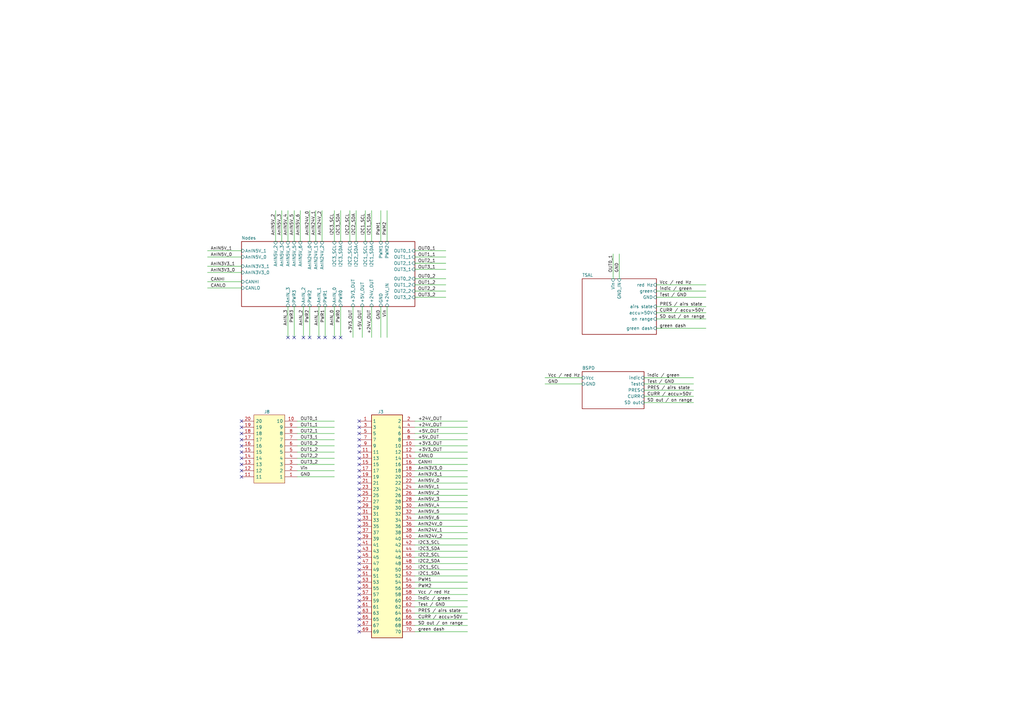
<source format=kicad_sch>
(kicad_sch (version 20231120) (generator "eeschema") (generator_version "8.0")
  (paper "A3")
  (lib_symbols
    (symbol "Connector:10_pin_7.62_Phoenix" (pin_names (offset 0.762))
      (property "Reference" "J8" (at 12.446 -26.67 0))
      (symbol "10_pin_7.62_Phoenix_0_0"
        (pin passive line (at 0 0 0) (length 5.08) (name "1") (number "1"))
        (pin passive line (at 0 -22.86 0) (length 5.08) (name "10") (number "10"))
        (pin passive line (at 0 -2.54 0) (length 5.08) (name "2") (number "2"))
        (pin passive line (at 0 -5.08 0) (length 5.08) (name "3") (number "3"))
        (pin passive line (at 0 -7.62 0) (length 5.08) (name "4") (number "4"))
        (pin passive line (at 0 -10.16 0) (length 5.08) (name "5") (number "5"))
        (pin passive line (at 0 -12.7 0) (length 5.08) (name "6") (number "6"))
        (pin passive line (at 0 -15.24 0) (length 5.08) (name "7") (number "7"))
        (pin passive line (at 0 -17.78 0) (length 5.08) (name "8") (number "8"))
        (pin passive line (at 0 -20.32 0) (length 5.08) (name "9") (number "9"))
      )
      (symbol "10_pin_7.62_Phoenix_1_0"
        (pin passive line (at 22.86 0 180) (length 5.08) (name "11") (number "11"))
        (pin passive line (at 22.86 -2.54 180) (length 5.08) (name "12") (number "12"))
        (pin passive line (at 22.86 -5.08 180) (length 5.08) (name "13") (number "13"))
        (pin passive line (at 22.86 -7.62 180) (length 5.08) (name "14") (number "14"))
        (pin passive line (at 22.86 -10.16 180) (length 5.08) (name "15") (number "15"))
        (pin passive line (at 22.86 -12.7 180) (length 5.08) (name "16") (number "16"))
        (pin passive line (at 22.86 -15.24 180) (length 5.08) (name "17") (number "17"))
        (pin passive line (at 22.86 -17.78 180) (length 5.08) (name "18") (number "18"))
        (pin passive line (at 22.86 -20.32 180) (length 5.08) (name "19") (number "19"))
        (pin passive line (at 22.86 -22.86 180) (length 5.08) (name "20") (number "20"))
      )
      (symbol "10_pin_7.62_Phoenix_1_1"
        (polyline (pts (xy 5.08 2.54) (xy 17.78 2.54) (xy 17.78 -25.4) (xy 5.08 -25.4) (xy 5.08 2.54)) (stroke (width 0.1524)) (fill (type background)))
      )
    )
    (symbol "Connector:35_con_Phoenix"
      (property "Reference" "J3" (at 7.62 3.81 0))
      (symbol "35_con_Phoenix_1_1"
        (rectangle (start 5.08 2.54) (end 17.78 -88.9) (stroke (width 0.254)) (fill (type background)))
        (pin passive line (at 0 0 0) (length 5.08) (name "1") (number "1"))
        (pin passive line (at 22.86 -10.16 180) (length 5.08) (name "10") (number "10"))
        (pin passive line (at 0 -12.7 0) (length 5.08) (name "11") (number "11"))
        (pin passive line (at 22.86 -12.7 180) (length 5.08) (name "12") (number "12"))
        (pin passive line (at 0 -15.24 0) (length 5.08) (name "13") (number "13"))
        (pin passive line (at 22.86 -15.24 180) (length 5.08) (name "14") (number "14"))
        (pin passive line (at 0 -17.78 0) (length 5.08) (name "15") (number "15"))
        (pin passive line (at 22.86 -17.78 180) (length 5.08) (name "16") (number "16"))
        (pin passive line (at 0 -20.32 0) (length 5.08) (name "17") (number "17"))
        (pin passive line (at 22.86 -20.32 180) (length 5.08) (name "18") (number "18"))
        (pin passive line (at 0 -22.86 0) (length 5.08) (name "19") (number "19"))
        (pin passive line (at 22.86 0 180) (length 5.08) (name "2") (number "2"))
        (pin passive line (at 22.86 -22.86 180) (length 5.08) (name "20") (number "20"))
        (pin passive line (at 0 -25.4 0) (length 5.08) (name "21") (number "21"))
        (pin passive line (at 22.86 -25.4 180) (length 5.08) (name "22") (number "22"))
        (pin passive line (at 0 -27.94 0) (length 5.08) (name "23") (number "23"))
        (pin passive line (at 22.86 -27.94 180) (length 5.08) (name "24") (number "24"))
        (pin passive line (at 0 -30.48 0) (length 5.08) (name "25") (number "25"))
        (pin passive line (at 22.86 -30.48 180) (length 5.08) (name "26") (number "26"))
        (pin passive line (at 0 -33.02 0) (length 5.08) (name "27") (number "27"))
        (pin passive line (at 22.86 -33.02 180) (length 5.08) (name "28") (number "28"))
        (pin passive line (at 0 -35.56 0) (length 5.08) (name "29") (number "29"))
        (pin passive line (at 0 -2.54 0) (length 5.08) (name "3") (number "3"))
        (pin passive line (at 22.86 -35.56 180) (length 5.08) (name "30") (number "30"))
        (pin passive line (at 0 -38.1 0) (length 5.08) (name "31") (number "31"))
        (pin passive line (at 22.86 -38.1 180) (length 5.08) (name "32") (number "32"))
        (pin passive line (at 0 -40.64 0) (length 5.08) (name "33") (number "33"))
        (pin passive line (at 22.86 -40.64 180) (length 5.08) (name "34") (number "34"))
        (pin passive line (at 0 -43.18 0) (length 5.08) (name "35") (number "35"))
        (pin passive line (at 22.86 -43.18 180) (length 5.08) (name "36") (number "36"))
        (pin passive line (at 0 -45.72 0) (length 5.08) (name "37") (number "37"))
        (pin passive line (at 22.86 -45.72 180) (length 5.08) (name "38") (number "38"))
        (pin passive line (at 0 -48.26 0) (length 5.08) (name "39") (number "39"))
        (pin passive line (at 22.86 -2.54 180) (length 5.08) (name "4") (number "4"))
        (pin passive line (at 22.86 -48.26 180) (length 5.08) (name "40") (number "40"))
        (pin passive line (at 0 -50.8 0) (length 5.08) (name "41") (number "41"))
        (pin passive line (at 22.86 -50.8 180) (length 5.08) (name "42") (number "42"))
        (pin passive line (at 0 -53.34 0) (length 5.08) (name "43") (number "43"))
        (pin passive line (at 22.86 -53.34 180) (length 5.08) (name "44") (number "44"))
        (pin passive line (at 0 -55.88 0) (length 5.08) (name "45") (number "45"))
        (pin passive line (at 22.86 -55.88 180) (length 5.08) (name "46") (number "46"))
        (pin passive line (at 0 -58.42 0) (length 5.08) (name "47") (number "47"))
        (pin passive line (at 22.86 -58.42 180) (length 5.08) (name "48") (number "48"))
        (pin passive line (at 0 -60.96 0) (length 5.08) (name "49") (number "49"))
        (pin passive line (at 0 -5.08 0) (length 5.08) (name "5") (number "5"))
        (pin passive line (at 22.86 -60.96 180) (length 5.08) (name "50") (number "50"))
        (pin passive line (at 0 -63.5 0) (length 5.08) (name "51") (number "51"))
        (pin passive line (at 22.86 -63.5 180) (length 5.08) (name "52") (number "52"))
        (pin passive line (at 0 -66.04 0) (length 5.08) (name "53") (number "53"))
        (pin passive line (at 22.86 -66.04 180) (length 5.08) (name "54") (number "54"))
        (pin passive line (at 0 -68.58 0) (length 5.08) (name "55") (number "55"))
        (pin passive line (at 22.86 -68.58 180) (length 5.08) (name "56") (number "56"))
        (pin passive line (at 0 -71.12 0) (length 5.08) (name "57") (number "57"))
        (pin passive line (at 22.86 -71.12 180) (length 5.08) (name "58") (number "58"))
        (pin passive line (at 0 -73.66 0) (length 5.08) (name "59") (number "59"))
        (pin passive line (at 22.86 -5.08 180) (length 5.08) (name "6") (number "6"))
        (pin passive line (at 22.86 -73.66 180) (length 5.08) (name "60") (number "60"))
        (pin passive line (at 0 -76.2 0) (length 5.08) (name "61") (number "61"))
        (pin passive line (at 22.86 -76.2 180) (length 5.08) (name "62") (number "62"))
        (pin passive line (at 0 -78.74 0) (length 5.08) (name "63") (number "63"))
        (pin passive line (at 22.86 -78.74 180) (length 5.08) (name "64") (number "64"))
        (pin passive line (at 0 -81.28 0) (length 5.08) (name "65") (number "65"))
        (pin passive line (at 22.86 -81.28 180) (length 5.08) (name "66") (number "66"))
        (pin passive line (at 0 -83.82 0) (length 5.08) (name "67") (number "67"))
        (pin passive line (at 22.86 -83.82 180) (length 5.08) (name "68") (number "68"))
        (pin passive line (at 0 -86.36 0) (length 5.08) (name "69") (number "69"))
        (pin passive line (at 0 -7.62 0) (length 5.08) (name "7") (number "7"))
        (pin passive line (at 22.86 -86.36 180) (length 5.08) (name "70") (number "70"))
        (pin passive line (at 22.86 -7.62 180) (length 5.08) (name "8") (number "8"))
        (pin passive line (at 0 -10.16 0) (length 5.08) (name "9") (number "9"))
      )
    )
  )
  (no_connect (at 147.32 236.22))
  (no_connect (at 147.32 180.34))
  (no_connect (at 147.32 190.5))
  (no_connect (at 147.32 246.38))
  (no_connect (at 147.32 208.28))
  (no_connect (at 147.32 215.9))
  (no_connect (at 147.32 259.08))
  (no_connect (at 127 138.43))
  (no_connect (at 120.65 138.43))
  (no_connect (at 147.32 238.76))
  (no_connect (at 147.32 254))
  (no_connect (at 99.06 193.04))
  (no_connect (at 147.32 251.46))
  (no_connect (at 147.32 243.84))
  (no_connect (at 147.32 228.6))
  (no_connect (at 99.06 180.34))
  (no_connect (at 124.46 138.43))
  (no_connect (at 147.32 175.26))
  (no_connect (at 147.32 203.2))
  (no_connect (at 147.32 182.88))
  (no_connect (at 137.16 138.43))
  (no_connect (at 99.06 172.72))
  (no_connect (at 147.32 185.42))
  (no_connect (at 147.32 223.52))
  (no_connect (at 99.06 185.42))
  (no_connect (at 147.32 210.82))
  (no_connect (at 99.06 195.58))
  (no_connect (at 99.06 177.8))
  (no_connect (at 139.7 138.43))
  (no_connect (at 147.32 205.74))
  (no_connect (at 147.32 241.3))
  (no_connect (at 147.32 233.68))
  (no_connect (at 147.32 187.96))
  (no_connect (at 99.06 182.88))
  (no_connect (at 99.06 190.5))
  (no_connect (at 99.06 175.26))
  (no_connect (at 147.32 248.92))
  (no_connect (at 118.11 138.43))
  (no_connect (at 147.32 200.66))
  (no_connect (at 147.32 195.58))
  (no_connect (at 133.35 138.43))
  (no_connect (at 147.32 213.36))
  (no_connect (at 147.32 226.06))
  (no_connect (at 147.32 220.98))
  (no_connect (at 130.81 138.43))
  (no_connect (at 147.32 193.04))
  (no_connect (at 99.06 187.96))
  (no_connect (at 147.32 218.44))
  (no_connect (at 147.32 231.14))
  (no_connect (at 147.32 177.8))
  (no_connect (at 147.32 256.54))
  (no_connect (at 147.32 198.12))
  (no_connect (at 147.32 172.72))
  (wire (pts (xy 170.18 195.58) (xy 191.77 195.58)))
  (wire (pts (xy 170.18 236.22) (xy 191.77 236.22)))
  (wire (pts (xy 264.16 165.1) (xy 284.48 165.1)))
  (wire (pts (xy 148.59 125.73) (xy 148.59 138.43)))
  (wire (pts (xy 254 104.14) (xy 254 114.3)))
  (wire (pts (xy 85.09 111.76) (xy 99.06 111.76)))
  (wire (pts (xy 121.92 172.72) (xy 137.16 172.72)))
  (wire (pts (xy 121.92 195.58) (xy 137.16 195.58)))
  (wire (pts (xy 223.52 154.94) (xy 238.76 154.94)))
  (wire (pts (xy 170.18 200.66) (xy 191.77 200.66)))
  (wire (pts (xy 170.18 231.14) (xy 191.77 231.14)))
  (wire (pts (xy 170.18 259.08) (xy 191.77 259.08)))
  (wire (pts (xy 269.24 130.81) (xy 289.56 130.81)))
  (wire (pts (xy 118.11 138.43) (xy 118.11 125.73)))
  (wire (pts (xy 170.18 114.3) (xy 182.88 114.3)))
  (wire (pts (xy 170.18 107.95) (xy 182.88 107.95)))
  (wire (pts (xy 121.92 187.96) (xy 137.16 187.96)))
  (wire (pts (xy 170.18 105.41) (xy 182.88 105.41)))
  (wire (pts (xy 170.18 172.72) (xy 191.77 172.72)))
  (wire (pts (xy 170.18 121.92) (xy 182.88 121.92)))
  (wire (pts (xy 170.18 205.74) (xy 191.77 205.74)))
  (wire (pts (xy 144.78 125.73) (xy 144.78 138.43)))
  (wire (pts (xy 158.75 86.36) (xy 158.75 99.06)))
  (wire (pts (xy 170.18 208.28) (xy 191.77 208.28)))
  (wire (pts (xy 156.21 86.36) (xy 156.21 99.06)))
  (wire (pts (xy 170.18 185.42) (xy 191.77 185.42)))
  (wire (pts (xy 118.11 86.36) (xy 118.11 99.06)))
  (wire (pts (xy 113.03 86.36) (xy 113.03 99.06)))
  (wire (pts (xy 132.08 86.36) (xy 132.08 99.06)))
  (wire (pts (xy 170.18 210.82) (xy 191.77 210.82)))
  (wire (pts (xy 170.18 190.5) (xy 191.77 190.5)))
  (wire (pts (xy 85.09 109.22) (xy 99.06 109.22)))
  (wire (pts (xy 170.18 119.38) (xy 182.88 119.38)))
  (wire (pts (xy 129.54 86.36) (xy 129.54 99.06)))
  (wire (pts (xy 170.18 248.92) (xy 191.77 248.92)))
  (wire (pts (xy 170.18 218.44) (xy 191.77 218.44)))
  (wire (pts (xy 139.7 86.36) (xy 139.7 99.06)))
  (wire (pts (xy 269.24 125.73) (xy 289.56 125.73)))
  (wire (pts (xy 123.19 86.36) (xy 123.19 99.06)))
  (wire (pts (xy 264.16 160.02) (xy 284.48 160.02)))
  (wire (pts (xy 170.18 251.46) (xy 191.77 251.46)))
  (wire (pts (xy 127 125.73) (xy 127 138.43)))
  (wire (pts (xy 120.65 86.36) (xy 120.65 99.06)))
  (wire (pts (xy 264.16 157.48) (xy 284.48 157.48)))
  (wire (pts (xy 146.05 86.36) (xy 146.05 99.06)))
  (wire (pts (xy 170.18 187.96) (xy 191.77 187.96)))
  (wire (pts (xy 121.92 180.34) (xy 137.16 180.34)))
  (wire (pts (xy 170.18 203.2) (xy 191.77 203.2)))
  (wire (pts (xy 269.24 116.84) (xy 289.56 116.84)))
  (wire (pts (xy 133.35 125.73) (xy 133.35 138.43)))
  (wire (pts (xy 269.24 134.62) (xy 289.56 134.62)))
  (wire (pts (xy 127 86.36) (xy 127 99.06)))
  (wire (pts (xy 124.46 125.73) (xy 124.46 138.43)))
  (wire (pts (xy 158.75 125.73) (xy 158.75 138.43)))
  (wire (pts (xy 121.92 177.8) (xy 137.16 177.8)))
  (wire (pts (xy 269.24 121.92) (xy 289.56 121.92)))
  (wire (pts (xy 85.09 115.57) (xy 99.06 115.57)))
  (wire (pts (xy 170.18 254) (xy 191.77 254)))
  (wire (pts (xy 121.92 193.04) (xy 137.16 193.04)))
  (wire (pts (xy 170.18 182.88) (xy 191.77 182.88)))
  (wire (pts (xy 170.18 213.36) (xy 191.77 213.36)))
  (wire (pts (xy 120.65 125.73) (xy 120.65 138.43)))
  (wire (pts (xy 170.18 180.34) (xy 191.77 180.34)))
  (wire (pts (xy 170.18 223.52) (xy 191.77 223.52)))
  (wire (pts (xy 170.18 256.54) (xy 191.77 256.54)))
  (wire (pts (xy 170.18 228.6) (xy 191.77 228.6)))
  (wire (pts (xy 269.24 128.27) (xy 289.56 128.27)))
  (wire (pts (xy 170.18 243.84) (xy 191.77 243.84)))
  (wire (pts (xy 170.18 116.84) (xy 182.88 116.84)))
  (wire (pts (xy 121.92 182.88) (xy 137.16 182.88)))
  (wire (pts (xy 152.4 86.36) (xy 152.4 99.06)))
  (wire (pts (xy 170.18 102.87) (xy 182.88 102.87)))
  (wire (pts (xy 130.81 125.73) (xy 130.81 138.43)))
  (wire (pts (xy 137.16 86.36) (xy 137.16 99.06)))
  (wire (pts (xy 121.92 175.26) (xy 137.16 175.26)))
  (wire (pts (xy 85.09 118.11) (xy 99.06 118.11)))
  (wire (pts (xy 170.18 226.06) (xy 191.77 226.06)))
  (wire (pts (xy 139.7 125.73) (xy 139.7 138.43)))
  (wire (pts (xy 251.46 104.14) (xy 251.46 114.3)))
  (wire (pts (xy 269.24 119.38) (xy 289.56 119.38)))
  (wire (pts (xy 264.16 162.56) (xy 284.48 162.56)))
  (wire (pts (xy 85.09 102.87) (xy 99.06 102.87)))
  (wire (pts (xy 223.52 157.48) (xy 238.76 157.48)))
  (wire (pts (xy 152.4 125.73) (xy 152.4 138.43)))
  (wire (pts (xy 170.18 110.49) (xy 182.88 110.49)))
  (wire (pts (xy 85.09 105.41) (xy 99.06 105.41)))
  (wire (pts (xy 170.18 175.26) (xy 191.77 175.26)))
  (wire (pts (xy 170.18 241.3) (xy 191.77 241.3)))
  (wire (pts (xy 115.57 86.36) (xy 115.57 99.06)))
  (wire (pts (xy 121.92 190.5) (xy 137.16 190.5)))
  (wire (pts (xy 170.18 233.68) (xy 191.77 233.68)))
  (wire (pts (xy 170.18 246.38) (xy 191.77 246.38)))
  (wire (pts (xy 156.21 125.73) (xy 156.21 138.43)))
  (wire (pts (xy 170.18 177.8) (xy 191.77 177.8)))
  (wire (pts (xy 143.51 86.36) (xy 143.51 99.06)))
  (wire (pts (xy 121.92 185.42) (xy 137.16 185.42)))
  (wire (pts (xy 170.18 215.9) (xy 191.77 215.9)))
  (wire (pts (xy 170.18 193.04) (xy 191.77 193.04)))
  (wire (pts (xy 170.18 220.98) (xy 191.77 220.98)))
  (wire (pts (xy 149.86 86.36) (xy 149.86 99.06)))
  (wire (pts (xy 264.16 154.94) (xy 284.48 154.94)))
  (wire (pts (xy 137.16 125.73) (xy 137.16 138.43)))
  (wire (pts (xy 170.18 238.76) (xy 191.77 238.76)))
  (wire (pts (xy 170.18 198.12) (xy 191.77 198.12)))
  (label "I2C1_SCL" (at 171.45 233.68 0))
  (label "OUT2_2" (at 171.45 119.38 0))
  (label "OUT1_1" (at 171.45 105.41 0))
  (label "PWR0" (at 139.7 127 270))
  (label "OUT2_1" (at 123.19 177.8 0))
  (label "I2C2_SDA" (at 146.05 96.52 90))
  (label "OUT0_1" (at 171.45 102.87 0))
  (label "AnIN5V_0" (at 171.45 198.12 0))
  (label "AnIN_3" (at 118.11 127 270))
  (label "+3V3_OUT" (at 171.45 185.42 0))
  (label "AnIN3V3_0" (at 86.36 111.76 0))
  (label "+24V_OUT" (at 152.4 127 270))
  (label "I2C1_SDA" (at 171.45 236.22 0))
  (label "OUT1_2" (at 123.19 185.42 0))
  (label "I2C3_SCL" (at 137.16 96.52 90))
  (label "SD out {slash} on range" (at 265.43 165.1 0))
  (label "I2C2_SDA" (at 171.45 231.14 0))
  (label "I2C3_SDA" (at 139.7 96.52 90))
  (label "CANLO" (at 171.45 187.96 0))
  (label "OUT3_1" (at 171.45 110.49 0))
  (label "AnIN5V_1" (at 86.36 102.87 0))
  (label "I2C3_SDA" (at 171.45 226.06 0))
  (label "PWR2" (at 127 127 270))
  (label "green dash" (at 270.51 134.62 0))
  (label "AnIN5V_1" (at 171.45 200.66 0))
  (label "Vin" (at 123.19 193.04 0))
  (label "OUT2_2" (at 123.19 187.96 0))
  (label "OUT0_2" (at 123.19 182.88 0))
  (label "AnIN5V_5" (at 171.45 210.82 0))
  (label "OUT0_2" (at 171.45 114.3 0))
  (label "I2C1_SDA" (at 152.4 96.52 90))
  (label "AnIN5V_6" (at 171.45 213.36 0))
  (label "CANHI" (at 171.45 190.5 0))
  (label "+5V_OUT" (at 148.59 127 270))
  (label "AnIN_2" (at 124.46 127 270))
  (label "Test {slash} GND" (at 270.51 121.92 0))
  (label "AnIN3V3_1" (at 171.45 195.58 0))
  (label "Vcc {slash} red Hz" (at 270.51 116.84 0))
  (label "PRES {slash} airs state" (at 265.43 160.02 0))
  (label "OUT1_1" (at 123.19 175.26 0))
  (label "GND" (at 123.19 195.58 0))
  (label "PRES {slash} airs state" (at 270.51 125.73 0))
  (label "CURR {slash} accu>50V" (at 270.51 128.27 0))
  (label "green dash" (at 171.45 259.08 0))
  (label "Vcc {slash} red Hz" (at 171.45 243.84 0))
  (label "AnIN24V_0" (at 127 96.52 90))
  (label "GND" (at 156.21 127 270))
  (label "AnIN5V_3" (at 171.45 205.74 0))
  (label "+3V3_OUT" (at 144.78 127 270))
  (label "CURR {slash} accu>50V" (at 171.45 254 0))
  (label "+5V_OUT" (at 171.45 180.34 0))
  (label "OUT3_1" (at 123.19 180.34 0))
  (label "AnIN5V_4" (at 171.45 208.28 0))
  (label "+3V3_OUT" (at 171.45 182.88 0))
  (label "AnIN3V3_0" (at 171.45 193.04 0))
  (label "indic {slash} green" (at 270.51 119.38 0))
  (label "OUT3_2" (at 123.19 190.5 0))
  (label "AnIN5V_3" (at 115.57 96.52 90))
  (label "I2C3_SCL" (at 171.45 223.52 0))
  (label "AnIN_1" (at 130.81 127 270))
  (label "AnIN5V_2" (at 171.45 203.2 0))
  (label "OUT0_1" (at 123.19 172.72 0))
  (label "PRES {slash} airs state" (at 171.45 251.46 0))
  (label "CANHI" (at 86.36 115.57 0))
  (label "AnIN24V_2" (at 132.08 96.52 90))
  (label "Vcc {slash} red Hz" (at 224.79 154.94 0))
  (label "CANLO" (at 86.36 118.11 0))
  (label "PWM2" (at 158.75 96.52 90))
  (label "AnIN24V_0" (at 171.45 215.9 0))
  (label "AnIN5V_6" (at 123.19 96.52 90))
  (label "AnIN5V_5" (at 120.65 96.52 90))
  (label "CURR {slash} accu>50V" (at 265.43 162.56 0))
  (label "indic {slash} green" (at 265.43 154.94 0))
  (label "+24V_OUT" (at 171.45 175.26 0))
  (label "AnIN_0" (at 137.16 127 270))
  (label "OUT2_1" (at 171.45 107.95 0))
  (label "GND" (at 254 111.76 90))
  (label "+24V_OUT" (at 171.45 172.72 0))
  (label "AnIN3V3_1" (at 86.36 109.22 0))
  (label "Vin" (at 158.75 127 270))
  (label "PWR3" (at 120.65 127 270))
  (label "AnIN24V_2" (at 171.45 220.98 0))
  (label "PWM1" (at 156.21 96.52 90))
  (label "PWM2" (at 171.45 241.3 0))
  (label "AnIN5V_4" (at 118.11 96.52 90))
  (label "I2C1_SCL" (at 149.86 96.52 90))
  (label "I2C2_SCL" (at 143.51 96.52 90))
  (label "I2C2_SCL" (at 171.45 228.6 0))
  (label "Test {slash} GND" (at 171.45 248.92 0))
  (label "indic {slash} green" (at 171.45 246.38 0))
  (label "+5V_OUT" (at 171.45 177.8 0))
  (label "OUT1_2" (at 171.45 116.84 0))
  (label "SD out {slash} on range" (at 270.51 130.81 0))
  (label "AnIN24V_1" (at 129.54 96.52 90))
  (label "Test {slash} GND" (at 265.43 157.48 0))
  (label "PWR1" (at 133.35 127 270))
  (label "PWM1" (at 171.45 238.76 0))
  (label "AnIN5V_2" (at 113.03 96.52 90))
  (label "GND" (at 224.79 157.48 0))
  (label "OUT3_2" (at 171.45 121.92 0))
  (label "AnIN5V_0" (at 86.36 105.41 0))
  (label "OUT0_1" (at 251.46 111.76 90))
  (label "AnIN24V_1" (at 171.45 218.44 0))
  (label "SD out {slash} on range" (at 171.45 256.54 0))
  (symbol (lib_id "Connector:10_pin_7.62_Phoenix") (at 121.92 195.58 180) (unit 1)
    (property "Reference" "J8" (at 109.474 168.91 0))
    (property "Footprint" "Connector:1700884" (effects (hide yes)))
    (property "Datasheet" "https://www.phoenixcontact.com/online/portal/us/?uri=pxc-oc-itemdetail:pid=1868115&library=usen&pcck=P-11-01-05&tab=1&selectedCategory=ALL" (effects (hide yes)))
  )
  (symbol (lib_id "Connector:35_con_Phoenix") (at 147.32 172.72 0) (unit 1)
    (property "Reference" "J3" (at 154.94 168.91 0) (effects (justify left)))
    (property "Value" "1706013" (effects (hide yes)))
    (property "Footprint" "Connector_Phoenix_SPT:35_con_Phoenix" (effects (hide yes)))
  )
  (sheet (at 99.06 99.06) (size 71.12 26.67) (stroke (width 0.1524))
    (property "Sheetname" "Nodes" (at 99.06 98.3484 0) (effects (justify left bottom)))
    (property "Sheetfile" "Nodes.kicad_sch" (effects (hide yes)))
    (pin "AnIN_3" input (at 118.11 125.73 270))
    (pin "PWR3" input (at 120.65 125.73 270))
    (pin "PWR2" input (at 127 125.73 270))
    (pin "AnIN_2" input (at 124.46 125.73 270))
    (pin "GND" input (at 156.21 125.73 270))
    (pin "AnIN5V_1" input (at 99.06 102.87 180))
    (pin "+5V_OUT" input (at 148.59 125.73 270))
    (pin "AnIN5V_0" input (at 99.06 105.41 180))
    (pin "CANHI" input (at 99.06 115.57 180))
    (pin "CANLO" input (at 99.06 118.11 180))
    (pin "AnIN5V_3" input (at 115.57 99.06 90))
    (pin "AnIN5V_2" input (at 113.03 99.06 90))
    (pin "AnIN5V_4" input (at 118.11 99.06 90))
    (pin "AnIN5V_6" input (at 123.19 99.06 90))
    (pin "AnIN24V_0" input (at 127 99.06 90))
    (pin "+24V_OUT" input (at 152.4 125.73 270))
    (pin "I2C1_SCL" input (at 149.86 99.06 90))
    (pin "AnIN5V_5" input (at 120.65 99.06 90))
    (pin "I2C1_SDA" input (at 152.4 99.06 90))
    (pin "PWM1" input (at 156.21 99.06 90))
    (pin "OUT0_1" input (at 170.18 102.87 0))
    (pin "OUT2_1" input (at 170.18 107.95 0))
    (pin "OUT1_1" input (at 170.18 105.41 0))
    (pin "OUT3_1" input (at 170.18 110.49 0))
    (pin "OUT1_2" input (at 170.18 116.84 0))
    (pin "OUT3_2" input (at 170.18 121.92 0))
    (pin "OUT2_2" input (at 170.18 119.38 0))
    (pin "+24V_IN" input (at 158.75 125.73 270))
    (pin "OUT0_2" input (at 170.18 114.3 0))
    (pin "I2C2_SDA" input (at 146.05 99.06 90))
    (pin "I2C2_SCL" input (at 143.51 99.06 90))
    (pin "PWM2" input (at 158.75 99.06 90))
    (pin "AnIN_0" input (at 137.16 125.73 270))
    (pin "PWR1" input (at 133.35 125.73 270))
    (pin "AnIN_1" input (at 130.81 125.73 270))
    (pin "PWR0" input (at 139.7 125.73 270))
    (pin "+3V3_OUT" input (at 144.78 125.73 270))
    (pin "I2C3_SCL" input (at 137.16 99.06 90))
    (pin "I2C3_SDA" input (at 139.7 99.06 90))
    (pin "AnIN3V3_0" input (at 99.06 111.76 180))
    (pin "AnIN3V3_1" input (at 99.06 109.22 180))
    (pin "AnIN24V_1" input (at 129.54 99.06 90))
    (pin "AnIN24V_2" input (at 132.08 99.06 90))
  )
  (sheet (at 238.76 152.4) (size 25.4 15.24) (stroke (width 0.1524))
    (property "Sheetname" "BSPD" (at 238.76 151.6884 0) (effects (justify left bottom)))
    (property "Sheetfile" "BSPD.kicad_sch" (effects (hide yes)))
    (pin "indic" input (at 264.16 154.94 0))
    (pin "Test" input (at 264.16 157.48 0))
    (pin "PRES" input (at 264.16 160.02 0))
    (pin "CURR" input (at 264.16 162.56 0))
    (pin "SD out" input (at 264.16 165.1 0))
    (pin "Vcc" input (at 238.76 154.94 180))
    (pin "GND" input (at 238.76 157.48 180))
  )
  (sheet (at 238.76 114.3) (size 30.48 22.86) (stroke (width 0.1524))
    (property "Sheetname" "TSAL" (at 238.76 113.5884 0) (effects (justify left bottom)))
    (property "Sheetfile" "TSAL.kicad_sch" (effects (hide yes)))
    (pin "green dash" input (at 269.24 134.62 0))
    (pin "Vin" input (at 251.46 114.3 90))
    (pin "GND_IN" input (at 254 114.3 90))
    (pin "green" input (at 269.24 119.38 0))
    (pin "GND" input (at 269.24 121.92 0))
    (pin "red Hz" input (at 269.24 116.84 0))
    (pin "airs state" input (at 269.24 125.73 0))
    (pin "on range" input (at 269.24 130.81 0))
    (pin "accu>50V" input (at 269.24 128.27 0))
  )
)
</source>
